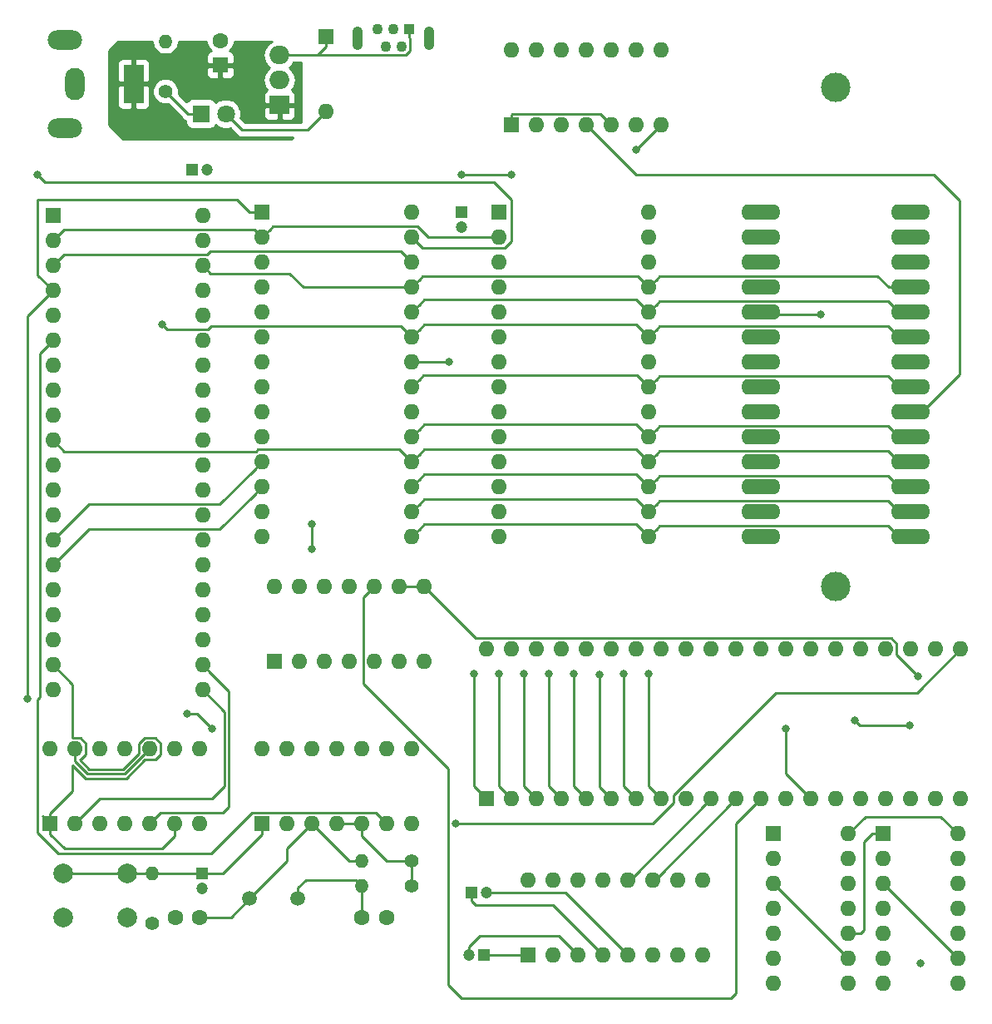
<source format=gbr>
G04 #@! TF.GenerationSoftware,KiCad,Pcbnew,(5.0.0)*
G04 #@! TF.CreationDate,2018-09-23T22:59:08+02:00*
G04 #@! TF.ProjectId,RED_80,5245445F38302E6B696361645F706362,rev?*
G04 #@! TF.SameCoordinates,Original*
G04 #@! TF.FileFunction,Copper,L1,Top,Signal*
G04 #@! TF.FilePolarity,Positive*
%FSLAX46Y46*%
G04 Gerber Fmt 4.6, Leading zero omitted, Abs format (unit mm)*
G04 Created by KiCad (PCBNEW (5.0.0)) date 09/23/18 22:59:08*
%MOMM*%
%LPD*%
G01*
G04 APERTURE LIST*
G04 #@! TA.AperFunction,ComponentPad*
%ADD10R,2.000000X4.000000*%
G04 #@! TD*
G04 #@! TA.AperFunction,ComponentPad*
%ADD11O,2.000000X3.300000*%
G04 #@! TD*
G04 #@! TA.AperFunction,ComponentPad*
%ADD12O,3.500000X2.000000*%
G04 #@! TD*
G04 #@! TA.AperFunction,ComponentPad*
%ADD13R,1.600000X1.600000*%
G04 #@! TD*
G04 #@! TA.AperFunction,ComponentPad*
%ADD14O,1.600000X1.600000*%
G04 #@! TD*
G04 #@! TA.AperFunction,WasherPad*
%ADD15C,3.000000*%
G04 #@! TD*
G04 #@! TA.AperFunction,ComponentPad*
%ADD16O,4.000000X1.600000*%
G04 #@! TD*
G04 #@! TA.AperFunction,ComponentPad*
%ADD17R,1.200000X1.200000*%
G04 #@! TD*
G04 #@! TA.AperFunction,ComponentPad*
%ADD18C,1.200000*%
G04 #@! TD*
G04 #@! TA.AperFunction,ComponentPad*
%ADD19C,1.400000*%
G04 #@! TD*
G04 #@! TA.AperFunction,ComponentPad*
%ADD20O,1.400000X1.400000*%
G04 #@! TD*
G04 #@! TA.AperFunction,ComponentPad*
%ADD21C,2.000000*%
G04 #@! TD*
G04 #@! TA.AperFunction,ComponentPad*
%ADD22C,1.600000*%
G04 #@! TD*
G04 #@! TA.AperFunction,ComponentPad*
%ADD23C,1.500000*%
G04 #@! TD*
G04 #@! TA.AperFunction,ComponentPad*
%ADD24C,1.800000*%
G04 #@! TD*
G04 #@! TA.AperFunction,ComponentPad*
%ADD25R,1.800000X1.800000*%
G04 #@! TD*
G04 #@! TA.AperFunction,ComponentPad*
%ADD26R,1.100000X1.100000*%
G04 #@! TD*
G04 #@! TA.AperFunction,ComponentPad*
%ADD27C,1.100000*%
G04 #@! TD*
G04 #@! TA.AperFunction,ComponentPad*
%ADD28O,1.100000X2.400000*%
G04 #@! TD*
G04 #@! TA.AperFunction,ComponentPad*
%ADD29R,2.000000X1.905000*%
G04 #@! TD*
G04 #@! TA.AperFunction,ComponentPad*
%ADD30O,2.000000X1.905000*%
G04 #@! TD*
G04 #@! TA.AperFunction,ViaPad*
%ADD31C,0.800000*%
G04 #@! TD*
G04 #@! TA.AperFunction,Conductor*
%ADD32C,0.250000*%
G04 #@! TD*
G04 #@! TA.AperFunction,Conductor*
%ADD33C,0.254000*%
G04 #@! TD*
G04 APERTURE END LIST*
D10*
G04 #@! TO.P,J1,1*
G04 #@! TO.N,/DC_IN*
X113919000Y-56769000D03*
D11*
G04 #@! TO.P,J1,2*
G04 #@! TO.N,GND*
X107919000Y-56769000D03*
D12*
G04 #@! TO.P,J1,MP*
G04 #@! TO.N,N/C*
X106919000Y-52269000D03*
X106919000Y-61269000D03*
G04 #@! TD*
D13*
G04 #@! TO.P,U2,1*
G04 #@! TO.N,/A14*
X127000000Y-69850000D03*
D14*
G04 #@! TO.P,U2,15*
G04 #@! TO.N,/D3*
X142240000Y-102870000D03*
G04 #@! TO.P,U2,2*
G04 #@! TO.N,/A12*
X127000000Y-72390000D03*
G04 #@! TO.P,U2,16*
G04 #@! TO.N,/D4*
X142240000Y-100330000D03*
G04 #@! TO.P,U2,3*
G04 #@! TO.N,/A7*
X127000000Y-74930000D03*
G04 #@! TO.P,U2,17*
G04 #@! TO.N,/D5*
X142240000Y-97790000D03*
G04 #@! TO.P,U2,4*
G04 #@! TO.N,/A6*
X127000000Y-77470000D03*
G04 #@! TO.P,U2,18*
G04 #@! TO.N,/D6*
X142240000Y-95250000D03*
G04 #@! TO.P,U2,5*
G04 #@! TO.N,/A5*
X127000000Y-80010000D03*
G04 #@! TO.P,U2,19*
G04 #@! TO.N,/D7*
X142240000Y-92710000D03*
G04 #@! TO.P,U2,6*
G04 #@! TO.N,/A4*
X127000000Y-82550000D03*
G04 #@! TO.P,U2,20*
G04 #@! TO.N,/RAM_ENABLE*
X142240000Y-90170000D03*
G04 #@! TO.P,U2,7*
G04 #@! TO.N,/A3*
X127000000Y-85090000D03*
G04 #@! TO.P,U2,21*
G04 #@! TO.N,/A10*
X142240000Y-87630000D03*
G04 #@! TO.P,U2,8*
G04 #@! TO.N,/A2*
X127000000Y-87630000D03*
G04 #@! TO.P,U2,22*
G04 #@! TO.N,SIG_MRD*
X142240000Y-85090000D03*
G04 #@! TO.P,U2,9*
G04 #@! TO.N,/A1*
X127000000Y-90170000D03*
G04 #@! TO.P,U2,23*
G04 #@! TO.N,/A11*
X142240000Y-82550000D03*
G04 #@! TO.P,U2,10*
G04 #@! TO.N,/A0*
X127000000Y-92710000D03*
G04 #@! TO.P,U2,24*
G04 #@! TO.N,/A9*
X142240000Y-80010000D03*
G04 #@! TO.P,U2,11*
G04 #@! TO.N,/D0*
X127000000Y-95250000D03*
G04 #@! TO.P,U2,25*
G04 #@! TO.N,/A8*
X142240000Y-77470000D03*
G04 #@! TO.P,U2,12*
G04 #@! TO.N,/D1*
X127000000Y-97790000D03*
G04 #@! TO.P,U2,26*
G04 #@! TO.N,SYS_USER_SELECT*
X142240000Y-74930000D03*
G04 #@! TO.P,U2,13*
G04 #@! TO.N,/D2*
X127000000Y-100330000D03*
G04 #@! TO.P,U2,27*
G04 #@! TO.N,SIG_MWR*
X142240000Y-72390000D03*
G04 #@! TO.P,U2,14*
G04 #@! TO.N,GND*
X127000000Y-102870000D03*
G04 #@! TO.P,U2,28*
G04 #@! TO.N,MAIN_5V*
X142240000Y-69850000D03*
G04 #@! TD*
D13*
G04 #@! TO.P,U11,1*
G04 #@! TO.N,Net-(C7-Pad1)*
X154051000Y-145415000D03*
D14*
G04 #@! TO.P,U11,9*
G04 #@! TO.N,Net-(U11-Pad9)*
X171831000Y-137795000D03*
G04 #@! TO.P,U11,2*
G04 #@! TO.N,Net-(U11-Pad2)*
X156591000Y-145415000D03*
G04 #@! TO.P,U11,10*
G04 #@! TO.N,Net-(U11-Pad10)*
X169291000Y-137795000D03*
G04 #@! TO.P,U11,3*
G04 #@! TO.N,Net-(C7-Pad2)*
X159131000Y-145415000D03*
G04 #@! TO.P,U11,11*
G04 #@! TO.N,Net-(U10-Pad11)*
X166751000Y-137795000D03*
G04 #@! TO.P,U11,4*
G04 #@! TO.N,Net-(C8-Pad1)*
X161671000Y-145415000D03*
G04 #@! TO.P,U11,12*
G04 #@! TO.N,Net-(U10-Pad10)*
X164211000Y-137795000D03*
G04 #@! TO.P,U11,5*
G04 #@! TO.N,Net-(C8-Pad2)*
X164211000Y-145415000D03*
G04 #@! TO.P,U11,13*
G04 #@! TO.N,RS232_RX*
X161671000Y-137795000D03*
G04 #@! TO.P,U11,6*
G04 #@! TO.N,Net-(U11-Pad6)*
X166751000Y-145415000D03*
G04 #@! TO.P,U11,14*
G04 #@! TO.N,RS232_TX*
X159131000Y-137795000D03*
G04 #@! TO.P,U11,7*
G04 #@! TO.N,Net-(U11-Pad7)*
X169291000Y-145415000D03*
G04 #@! TO.P,U11,15*
G04 #@! TO.N,GND*
X156591000Y-137795000D03*
G04 #@! TO.P,U11,8*
G04 #@! TO.N,Net-(U11-Pad8)*
X171831000Y-145415000D03*
G04 #@! TO.P,U11,16*
G04 #@! TO.N,MAIN_5V*
X154051000Y-137795000D03*
G04 #@! TD*
G04 #@! TO.P,U6,28*
G04 #@! TO.N,Net-(U6-Pad28)*
X166370000Y-69850000D03*
G04 #@! TO.P,U6,14*
G04 #@! TO.N,GND*
X151130000Y-102870000D03*
G04 #@! TO.P,U6,27*
G04 #@! TO.N,MAIN_5V*
X166370000Y-72390000D03*
G04 #@! TO.P,U6,13*
G04 #@! TO.N,/D2*
X151130000Y-100330000D03*
G04 #@! TO.P,U6,26*
G04 #@! TO.N,Net-(U6-Pad26)*
X166370000Y-74930000D03*
G04 #@! TO.P,U6,12*
G04 #@! TO.N,/D1*
X151130000Y-97790000D03*
G04 #@! TO.P,U6,25*
G04 #@! TO.N,/A8*
X166370000Y-77470000D03*
G04 #@! TO.P,U6,11*
G04 #@! TO.N,/D0*
X151130000Y-95250000D03*
G04 #@! TO.P,U6,24*
G04 #@! TO.N,/A9*
X166370000Y-80010000D03*
G04 #@! TO.P,U6,10*
G04 #@! TO.N,/A0*
X151130000Y-92710000D03*
G04 #@! TO.P,U6,23*
G04 #@! TO.N,/A11*
X166370000Y-82550000D03*
G04 #@! TO.P,U6,9*
G04 #@! TO.N,/A1*
X151130000Y-90170000D03*
G04 #@! TO.P,U6,22*
G04 #@! TO.N,GND*
X166370000Y-85090000D03*
G04 #@! TO.P,U6,8*
G04 #@! TO.N,/A2*
X151130000Y-87630000D03*
G04 #@! TO.P,U6,21*
G04 #@! TO.N,/A10*
X166370000Y-87630000D03*
G04 #@! TO.P,U6,7*
G04 #@! TO.N,/A3*
X151130000Y-85090000D03*
G04 #@! TO.P,U6,20*
G04 #@! TO.N,SYS_ROM_ENABLE*
X166370000Y-90170000D03*
G04 #@! TO.P,U6,6*
G04 #@! TO.N,/A4*
X151130000Y-82550000D03*
G04 #@! TO.P,U6,19*
G04 #@! TO.N,/D7*
X166370000Y-92710000D03*
G04 #@! TO.P,U6,5*
G04 #@! TO.N,/A5*
X151130000Y-80010000D03*
G04 #@! TO.P,U6,18*
G04 #@! TO.N,/D6*
X166370000Y-95250000D03*
G04 #@! TO.P,U6,4*
G04 #@! TO.N,/A6*
X151130000Y-77470000D03*
G04 #@! TO.P,U6,17*
G04 #@! TO.N,/D5*
X166370000Y-97790000D03*
G04 #@! TO.P,U6,3*
G04 #@! TO.N,/A7*
X151130000Y-74930000D03*
G04 #@! TO.P,U6,16*
G04 #@! TO.N,/D4*
X166370000Y-100330000D03*
G04 #@! TO.P,U6,2*
G04 #@! TO.N,/A12*
X151130000Y-72390000D03*
G04 #@! TO.P,U6,15*
G04 #@! TO.N,/D3*
X166370000Y-102870000D03*
D13*
G04 #@! TO.P,U6,1*
G04 #@! TO.N,Net-(U6-Pad1)*
X151130000Y-69850000D03*
G04 #@! TD*
D15*
G04 #@! TO.P,U7,*
G04 #@! TO.N,*
X185420000Y-107950000D03*
X185420000Y-57150000D03*
D16*
G04 #@! TO.P,U7,14*
G04 #@! TO.N,GND*
X177800000Y-102870000D03*
G04 #@! TO.P,U7,15*
G04 #@! TO.N,/D3*
X193040000Y-102870000D03*
G04 #@! TO.P,U7,13*
G04 #@! TO.N,/D2*
X177800000Y-100330000D03*
G04 #@! TO.P,U7,16*
G04 #@! TO.N,/D4*
X193040000Y-100330000D03*
G04 #@! TO.P,U7,12*
G04 #@! TO.N,/D1*
X177800000Y-97790000D03*
G04 #@! TO.P,U7,17*
G04 #@! TO.N,/D5*
X193040000Y-97790000D03*
G04 #@! TO.P,U7,11*
G04 #@! TO.N,/D0*
X177800000Y-95250000D03*
G04 #@! TO.P,U7,18*
G04 #@! TO.N,/D6*
X193040000Y-95250000D03*
G04 #@! TO.P,U7,10*
G04 #@! TO.N,/A0*
X177800000Y-92710000D03*
G04 #@! TO.P,U7,19*
G04 #@! TO.N,/D7*
X193040000Y-92710000D03*
G04 #@! TO.P,U7,9*
G04 #@! TO.N,/A1*
X177800000Y-90170000D03*
G04 #@! TO.P,U7,20*
G04 #@! TO.N,USER_ROM_ENABLE*
X193040000Y-90170000D03*
G04 #@! TO.P,U7,8*
G04 #@! TO.N,/A2*
X177800000Y-87630000D03*
G04 #@! TO.P,U7,21*
G04 #@! TO.N,/A10*
X193040000Y-87630000D03*
G04 #@! TO.P,U7,7*
G04 #@! TO.N,/A3*
X177800000Y-85090000D03*
G04 #@! TO.P,U7,22*
G04 #@! TO.N,GND*
X193040000Y-85090000D03*
G04 #@! TO.P,U7,6*
G04 #@! TO.N,/A4*
X177800000Y-82550000D03*
G04 #@! TO.P,U7,23*
G04 #@! TO.N,/A11*
X193040000Y-82550000D03*
G04 #@! TO.P,U7,5*
G04 #@! TO.N,/A5*
X177800000Y-80010000D03*
G04 #@! TO.P,U7,24*
G04 #@! TO.N,/A9*
X193040000Y-80010000D03*
G04 #@! TO.P,U7,4*
G04 #@! TO.N,/A6*
X177800000Y-77470000D03*
G04 #@! TO.P,U7,25*
G04 #@! TO.N,/A8*
X193040000Y-77470000D03*
G04 #@! TO.P,U7,3*
G04 #@! TO.N,/A7*
X177800000Y-74930000D03*
G04 #@! TO.P,U7,26*
G04 #@! TO.N,Net-(U7-Pad26)*
X193040000Y-74930000D03*
G04 #@! TO.P,U7,2*
G04 #@! TO.N,/A12*
X177800000Y-72390000D03*
G04 #@! TO.P,U7,27*
G04 #@! TO.N,MAIN_5V*
X193040000Y-72390000D03*
G04 #@! TO.P,U7,1*
G04 #@! TO.N,Net-(U7-Pad1)*
X177800000Y-69850000D03*
G04 #@! TO.P,U7,28*
G04 #@! TO.N,Net-(U7-Pad28)*
X193040000Y-69850000D03*
G04 #@! TD*
D13*
G04 #@! TO.P,U1,1*
G04 #@! TO.N,/A11*
X105715001Y-70205001D03*
D14*
G04 #@! TO.P,U1,21*
G04 #@! TO.N,Net-(U1-Pad21)*
X120955001Y-118465001D03*
G04 #@! TO.P,U1,2*
G04 #@! TO.N,/A12*
X105715001Y-72745001D03*
G04 #@! TO.P,U1,22*
G04 #@! TO.N,Net-(U1-Pad22)*
X120955001Y-115925001D03*
G04 #@! TO.P,U1,3*
G04 #@! TO.N,SYS_USER_SELECT*
X105715001Y-75285001D03*
G04 #@! TO.P,U1,23*
G04 #@! TO.N,Net-(U1-Pad23)*
X120955001Y-113385001D03*
G04 #@! TO.P,U1,4*
G04 #@! TO.N,/A14*
X105715001Y-77825001D03*
G04 #@! TO.P,U1,24*
G04 #@! TO.N,Net-(U1-Pad24)*
X120955001Y-110845001D03*
G04 #@! TO.P,U1,5*
G04 #@! TO.N,/A15*
X105715001Y-80365001D03*
G04 #@! TO.P,U1,25*
G04 #@! TO.N,Net-(U1-Pad25)*
X120955001Y-108305001D03*
G04 #@! TO.P,U1,6*
G04 #@! TO.N,CPU_CLK*
X105715001Y-82905001D03*
G04 #@! TO.P,U1,26*
G04 #@! TO.N,SIG_RST*
X120955001Y-105765001D03*
G04 #@! TO.P,U1,7*
G04 #@! TO.N,/D4*
X105715001Y-85445001D03*
G04 #@! TO.P,U1,27*
G04 #@! TO.N,Net-(U1-Pad27)*
X120955001Y-103225001D03*
G04 #@! TO.P,U1,8*
G04 #@! TO.N,/D3*
X105715001Y-87985001D03*
G04 #@! TO.P,U1,28*
G04 #@! TO.N,Net-(U1-Pad28)*
X120955001Y-100685001D03*
G04 #@! TO.P,U1,9*
G04 #@! TO.N,/D5*
X105715001Y-90525001D03*
G04 #@! TO.P,U1,29*
G04 #@! TO.N,GND*
X120955001Y-98145001D03*
G04 #@! TO.P,U1,10*
G04 #@! TO.N,/D6*
X105715001Y-93065001D03*
G04 #@! TO.P,U1,30*
G04 #@! TO.N,/A0*
X120955001Y-95605001D03*
G04 #@! TO.P,U1,11*
G04 #@! TO.N,MAIN_5V*
X105715001Y-95605001D03*
G04 #@! TO.P,U1,31*
G04 #@! TO.N,/A1*
X120955001Y-93065001D03*
G04 #@! TO.P,U1,12*
G04 #@! TO.N,/D2*
X105715001Y-98145001D03*
G04 #@! TO.P,U1,32*
G04 #@! TO.N,/A2*
X120955001Y-90525001D03*
G04 #@! TO.P,U1,13*
G04 #@! TO.N,/D7*
X105715001Y-100685001D03*
G04 #@! TO.P,U1,33*
G04 #@! TO.N,/A3*
X120955001Y-87985001D03*
G04 #@! TO.P,U1,14*
G04 #@! TO.N,/D0*
X105715001Y-103225001D03*
G04 #@! TO.P,U1,34*
G04 #@! TO.N,/A4*
X120955001Y-85445001D03*
G04 #@! TO.P,U1,15*
G04 #@! TO.N,/D1*
X105715001Y-105765001D03*
G04 #@! TO.P,U1,35*
G04 #@! TO.N,/A5*
X120955001Y-82905001D03*
G04 #@! TO.P,U1,16*
G04 #@! TO.N,Net-(U1-Pad16)*
X105715001Y-108305001D03*
G04 #@! TO.P,U1,36*
G04 #@! TO.N,/A6*
X120955001Y-80365001D03*
G04 #@! TO.P,U1,17*
G04 #@! TO.N,Net-(U1-Pad17)*
X105715001Y-110845001D03*
G04 #@! TO.P,U1,37*
G04 #@! TO.N,/A7*
X120955001Y-77825001D03*
G04 #@! TO.P,U1,18*
G04 #@! TO.N,Net-(U1-Pad18)*
X105715001Y-113385001D03*
G04 #@! TO.P,U1,38*
G04 #@! TO.N,/A8*
X120955001Y-75285001D03*
G04 #@! TO.P,U1,19*
G04 #@! TO.N,Net-(U1-Pad19)*
X105715001Y-115925001D03*
G04 #@! TO.P,U1,39*
G04 #@! TO.N,/A9*
X120955001Y-72745001D03*
G04 #@! TO.P,U1,20*
G04 #@! TO.N,Net-(U1-Pad20)*
X105715001Y-118465001D03*
G04 #@! TO.P,U1,40*
G04 #@! TO.N,/A10*
X120955001Y-70205001D03*
G04 #@! TD*
D13*
G04 #@! TO.P,U5,1*
G04 #@! TO.N,Net-(C3-Pad1)*
X127000000Y-132080000D03*
D14*
G04 #@! TO.P,U5,8*
G04 #@! TO.N,N/C*
X142240000Y-124460000D03*
G04 #@! TO.P,U5,2*
G04 #@! TO.N,SIG_RST*
X129540000Y-132080000D03*
G04 #@! TO.P,U5,9*
G04 #@! TO.N,N/C*
X139700000Y-124460000D03*
G04 #@! TO.P,U5,3*
G04 #@! TO.N,Net-(C4-Pad1)*
X132080000Y-132080000D03*
G04 #@! TO.P,U5,10*
G04 #@! TO.N,N/C*
X137160000Y-124460000D03*
G04 #@! TO.P,U5,4*
G04 #@! TO.N,Net-(R2-Pad1)*
X134620000Y-132080000D03*
G04 #@! TO.P,U5,11*
G04 #@! TO.N,N/C*
X134620000Y-124460000D03*
G04 #@! TO.P,U5,5*
G04 #@! TO.N,Net-(R2-Pad1)*
X137160000Y-132080000D03*
G04 #@! TO.P,U5,12*
G04 #@! TO.N,N/C*
X132080000Y-124460000D03*
G04 #@! TO.P,U5,6*
G04 #@! TO.N,CPU_CLK*
X139700000Y-132080000D03*
G04 #@! TO.P,U5,13*
G04 #@! TO.N,N/C*
X129540000Y-124460000D03*
G04 #@! TO.P,U5,7*
G04 #@! TO.N,GND*
X142240000Y-132080000D03*
G04 #@! TO.P,U5,14*
G04 #@! TO.N,MAIN_5V*
X127000000Y-124460000D03*
G04 #@! TD*
D13*
G04 #@! TO.P,U4,1*
G04 #@! TO.N,Net-(U1-Pad19)*
X105410000Y-132080000D03*
D14*
G04 #@! TO.P,U4,8*
G04 #@! TO.N,/A15*
X120650000Y-124460000D03*
G04 #@! TO.P,U4,2*
G04 #@! TO.N,Net-(U1-Pad21)*
X107950000Y-132080000D03*
G04 #@! TO.P,U4,9*
G04 #@! TO.N,/A14*
X118110000Y-124460000D03*
G04 #@! TO.P,U4,3*
G04 #@! TO.N,SIG_MRD*
X110490000Y-132080000D03*
G04 #@! TO.P,U4,10*
G04 #@! TO.N,Net-(U4-Pad10)*
X115570000Y-124460000D03*
G04 #@! TO.P,U4,4*
G04 #@! TO.N,SIG_MWR*
X113030000Y-132080000D03*
G04 #@! TO.P,U4,11*
G04 #@! TO.N,ROM_BANK_ON*
X113030000Y-124460000D03*
G04 #@! TO.P,U4,5*
G04 #@! TO.N,Net-(U1-Pad22)*
X115570000Y-132080000D03*
G04 #@! TO.P,U4,12*
G04 #@! TO.N,SIG_MRD*
X110490000Y-124460000D03*
G04 #@! TO.P,U4,6*
G04 #@! TO.N,Net-(U1-Pad19)*
X118110000Y-132080000D03*
G04 #@! TO.P,U4,13*
G04 #@! TO.N,Net-(U4-Pad10)*
X107950000Y-124460000D03*
G04 #@! TO.P,U4,7*
G04 #@! TO.N,GND*
X120650000Y-132080000D03*
G04 #@! TO.P,U4,14*
G04 #@! TO.N,MAIN_5V*
X105410000Y-124460000D03*
G04 #@! TD*
D17*
G04 #@! TO.P,C1,1*
G04 #@! TO.N,MAIN_5V*
X119888000Y-65532000D03*
D18*
G04 #@! TO.P,C1,2*
G04 #@! TO.N,GND*
X121388000Y-65532000D03*
G04 #@! TD*
D17*
G04 #@! TO.P,C2,1*
G04 #@! TO.N,MAIN_5V*
X147320000Y-69850000D03*
D18*
G04 #@! TO.P,C2,2*
G04 #@! TO.N,GND*
X147320000Y-71350000D03*
G04 #@! TD*
D13*
G04 #@! TO.P,U3,1*
G04 #@! TO.N,/A15*
X128270000Y-115570000D03*
D14*
G04 #@! TO.P,U3,8*
G04 #@! TO.N,Net-(U13-Pad6)*
X143510000Y-107950000D03*
G04 #@! TO.P,U3,2*
G04 #@! TO.N,/A15*
X130810000Y-115570000D03*
G04 #@! TO.P,U3,9*
G04 #@! TO.N,Net-(U13-Pad6)*
X140970000Y-107950000D03*
G04 #@! TO.P,U3,3*
G04 #@! TO.N,/RAM_ENABLE*
X133350000Y-115570000D03*
G04 #@! TO.P,U3,10*
G04 #@! TO.N,Net-(U10-Pad12)*
X138430000Y-107950000D03*
G04 #@! TO.P,U3,4*
G04 #@! TO.N,/USER_ROM_SELECTED*
X135890000Y-115570000D03*
G04 #@! TO.P,U3,11*
G04 #@! TO.N,N/C*
X135890000Y-107950000D03*
G04 #@! TO.P,U3,5*
G04 #@! TO.N,SYS_USER_SELECT*
X138430000Y-115570000D03*
G04 #@! TO.P,U3,12*
G04 #@! TO.N,N/C*
X133350000Y-107950000D03*
G04 #@! TO.P,U3,6*
G04 #@! TO.N,SYS_USER_SELECT*
X140970000Y-115570000D03*
G04 #@! TO.P,U3,13*
G04 #@! TO.N,N/C*
X130810000Y-107950000D03*
G04 #@! TO.P,U3,7*
G04 #@! TO.N,GND*
X143510000Y-115570000D03*
G04 #@! TO.P,U3,14*
G04 #@! TO.N,MAIN_5V*
X128270000Y-107950000D03*
G04 #@! TD*
D17*
G04 #@! TO.P,C3,1*
G04 #@! TO.N,Net-(C3-Pad1)*
X120904000Y-137160000D03*
D18*
G04 #@! TO.P,C3,2*
G04 #@! TO.N,GND*
X120904000Y-138660000D03*
G04 #@! TD*
D19*
G04 #@! TO.P,R1,1*
G04 #@! TO.N,MAIN_5V*
X115824000Y-142240000D03*
D20*
G04 #@! TO.P,R1,2*
G04 #@! TO.N,Net-(C3-Pad1)*
X115824000Y-137160000D03*
G04 #@! TD*
D21*
G04 #@! TO.P,SW1,2*
G04 #@! TO.N,GND*
X106784000Y-141660000D03*
G04 #@! TO.P,SW1,1*
G04 #@! TO.N,Net-(C3-Pad1)*
X106784000Y-137160000D03*
G04 #@! TO.P,SW1,2*
G04 #@! TO.N,GND*
X113284000Y-141660000D03*
G04 #@! TO.P,SW1,1*
G04 #@! TO.N,Net-(C3-Pad1)*
X113284000Y-137160000D03*
G04 #@! TD*
D22*
G04 #@! TO.P,C4,1*
G04 #@! TO.N,Net-(C4-Pad1)*
X120650000Y-141605000D03*
G04 #@! TO.P,C4,2*
G04 #@! TO.N,GND*
X118150000Y-141605000D03*
G04 #@! TD*
G04 #@! TO.P,C5,2*
G04 #@! TO.N,GND*
X139660000Y-141605000D03*
G04 #@! TO.P,C5,1*
G04 #@! TO.N,Net-(C5-Pad1)*
X137160000Y-141605000D03*
G04 #@! TD*
D19*
G04 #@! TO.P,R2,1*
G04 #@! TO.N,Net-(R2-Pad1)*
X142240000Y-135890000D03*
D20*
G04 #@! TO.P,R2,2*
G04 #@! TO.N,Net-(C4-Pad1)*
X137160000Y-135890000D03*
G04 #@! TD*
G04 #@! TO.P,R3,2*
G04 #@! TO.N,Net-(C5-Pad1)*
X137160000Y-138430000D03*
D19*
G04 #@! TO.P,R3,1*
G04 #@! TO.N,Net-(R2-Pad1)*
X142240000Y-138430000D03*
G04 #@! TD*
D23*
G04 #@! TO.P,Y1,1*
G04 #@! TO.N,Net-(C4-Pad1)*
X125730000Y-139700000D03*
G04 #@! TO.P,Y1,2*
G04 #@! TO.N,Net-(C5-Pad1)*
X130630000Y-139700000D03*
G04 #@! TD*
D13*
G04 #@! TO.P,U8,1*
G04 #@! TO.N,ROM_BANK_ON*
X152400000Y-60960000D03*
D14*
G04 #@! TO.P,U8,8*
G04 #@! TO.N,N/C*
X167640000Y-53340000D03*
G04 #@! TO.P,U8,2*
G04 #@! TO.N,SYS_USER_SELECT*
X154940000Y-60960000D03*
G04 #@! TO.P,U8,9*
G04 #@! TO.N,N/C*
X165100000Y-53340000D03*
G04 #@! TO.P,U8,3*
G04 #@! TO.N,SYS_ROM_ENABLE*
X157480000Y-60960000D03*
G04 #@! TO.P,U8,10*
G04 #@! TO.N,N/C*
X162560000Y-53340000D03*
G04 #@! TO.P,U8,4*
G04 #@! TO.N,USER_ROM_ENABLE*
X160020000Y-60960000D03*
G04 #@! TO.P,U8,11*
G04 #@! TO.N,N/C*
X160020000Y-53340000D03*
G04 #@! TO.P,U8,5*
G04 #@! TO.N,ROM_BANK_ON*
X162560000Y-60960000D03*
G04 #@! TO.P,U8,12*
G04 #@! TO.N,N/C*
X157480000Y-53340000D03*
G04 #@! TO.P,U8,6*
G04 #@! TO.N,/USER_ROM_SELECTED*
X165100000Y-60960000D03*
G04 #@! TO.P,U8,13*
G04 #@! TO.N,N/C*
X154940000Y-53340000D03*
G04 #@! TO.P,U8,7*
G04 #@! TO.N,GND*
X167640000Y-60960000D03*
G04 #@! TO.P,U8,14*
G04 #@! TO.N,MAIN_5V*
X152400000Y-53340000D03*
G04 #@! TD*
D13*
G04 #@! TO.P,C6,1*
G04 #@! TO.N,/DC_IN*
X122745500Y-54864000D03*
D22*
G04 #@! TO.P,C6,2*
G04 #@! TO.N,GND*
X122745500Y-52364000D03*
G04 #@! TD*
D24*
G04 #@! TO.P,D1,2*
G04 #@! TO.N,MIAN_5V*
X123317000Y-59817000D03*
D25*
G04 #@! TO.P,D1,1*
G04 #@! TO.N,Net-(D1-Pad1)*
X120777000Y-59817000D03*
G04 #@! TD*
D26*
G04 #@! TO.P,J2,1*
G04 #@! TO.N,/DC+5*
X141986000Y-51244500D03*
D27*
G04 #@! TO.P,J2,2*
G04 #@! TO.N,Net-(J2-Pad2)*
X141186000Y-52994500D03*
G04 #@! TO.P,J2,3*
G04 #@! TO.N,Net-(J2-Pad3)*
X140386000Y-51244500D03*
G04 #@! TO.P,J2,4*
G04 #@! TO.N,Net-(J2-Pad4)*
X139586000Y-52994500D03*
G04 #@! TO.P,J2,5*
G04 #@! TO.N,GND*
X138786000Y-51244500D03*
D28*
G04 #@! TO.P,J2,6*
X144036000Y-52119500D03*
X136736000Y-52119500D03*
G04 #@! TD*
D20*
G04 #@! TO.P,R4,2*
G04 #@! TO.N,GND*
X117157500Y-52451000D03*
D19*
G04 #@! TO.P,R4,1*
G04 #@! TO.N,Net-(D1-Pad1)*
X117157500Y-57531000D03*
G04 #@! TD*
D13*
G04 #@! TO.P,SW2,1*
G04 #@! TO.N,/DC+5*
X133540500Y-51943000D03*
D14*
G04 #@! TO.P,SW2,2*
G04 #@! TO.N,MIAN_5V*
X133540500Y-59563000D03*
G04 #@! TD*
D29*
G04 #@! TO.P,U9,1*
G04 #@! TO.N,/DC_IN*
X128778000Y-58928000D03*
D30*
G04 #@! TO.P,U9,2*
G04 #@! TO.N,GND*
X128778000Y-56388000D03*
G04 #@! TO.P,U9,3*
G04 #@! TO.N,/DC+5*
X128778000Y-53848000D03*
G04 #@! TD*
D17*
G04 #@! TO.P,C7,1*
G04 #@! TO.N,Net-(C7-Pad1)*
X149606000Y-145415000D03*
D18*
G04 #@! TO.P,C7,2*
G04 #@! TO.N,Net-(C7-Pad2)*
X148106000Y-145415000D03*
G04 #@! TD*
G04 #@! TO.P,C8,2*
G04 #@! TO.N,Net-(C8-Pad2)*
X149836000Y-139065000D03*
D17*
G04 #@! TO.P,C8,1*
G04 #@! TO.N,Net-(C8-Pad1)*
X148336000Y-139065000D03*
G04 #@! TD*
D13*
G04 #@! TO.P,U10,1*
G04 #@! TO.N,/D0*
X149860000Y-129540000D03*
D14*
G04 #@! TO.P,U10,21*
G04 #@! TO.N,SIG_MRD*
X198120000Y-114300000D03*
G04 #@! TO.P,U10,2*
G04 #@! TO.N,/D1*
X152400000Y-129540000D03*
G04 #@! TO.P,U10,22*
G04 #@! TO.N,GND*
X195580000Y-114300000D03*
G04 #@! TO.P,U10,3*
G04 #@! TO.N,/D2*
X154940000Y-129540000D03*
G04 #@! TO.P,U10,23*
G04 #@! TO.N,Net-(U10-Pad23)*
X193040000Y-114300000D03*
G04 #@! TO.P,U10,4*
G04 #@! TO.N,/D3*
X157480000Y-129540000D03*
G04 #@! TO.P,U10,24*
G04 #@! TO.N,Net-(U10-Pad24)*
X190500000Y-114300000D03*
G04 #@! TO.P,U10,5*
G04 #@! TO.N,/D4*
X160020000Y-129540000D03*
G04 #@! TO.P,U10,25*
G04 #@! TO.N,GND*
X187960000Y-114300000D03*
G04 #@! TO.P,U10,6*
G04 #@! TO.N,/D5*
X162560000Y-129540000D03*
G04 #@! TO.P,U10,26*
G04 #@! TO.N,/A2*
X185420000Y-114300000D03*
G04 #@! TO.P,U10,7*
G04 #@! TO.N,/D6*
X165100000Y-129540000D03*
G04 #@! TO.P,U10,27*
G04 #@! TO.N,/A1*
X182880000Y-114300000D03*
G04 #@! TO.P,U10,8*
G04 #@! TO.N,/D7*
X167640000Y-129540000D03*
G04 #@! TO.P,U10,28*
G04 #@! TO.N,/A0*
X180340000Y-114300000D03*
G04 #@! TO.P,U10,9*
G04 #@! TO.N,Net-(U10-Pad15)*
X170180000Y-129540000D03*
G04 #@! TO.P,U10,29*
G04 #@! TO.N,Net-(U10-Pad29)*
X177800000Y-114300000D03*
G04 #@! TO.P,U10,10*
G04 #@! TO.N,Net-(U10-Pad10)*
X172720000Y-129540000D03*
G04 #@! TO.P,U10,30*
G04 #@! TO.N,Net-(U10-Pad30)*
X175260000Y-114300000D03*
G04 #@! TO.P,U10,11*
G04 #@! TO.N,Net-(U10-Pad11)*
X175260000Y-129540000D03*
G04 #@! TO.P,U10,31*
G04 #@! TO.N,Net-(U10-Pad31)*
X172720000Y-114300000D03*
G04 #@! TO.P,U10,12*
G04 #@! TO.N,Net-(U10-Pad12)*
X177800000Y-129540000D03*
G04 #@! TO.P,U10,32*
G04 #@! TO.N,Net-(U10-Pad32)*
X170180000Y-114300000D03*
G04 #@! TO.P,U10,13*
G04 #@! TO.N,/A14*
X180340000Y-129540000D03*
G04 #@! TO.P,U10,33*
G04 #@! TO.N,Net-(U10-Pad33)*
X167640000Y-114300000D03*
G04 #@! TO.P,U10,14*
G04 #@! TO.N,/A15*
X182880000Y-129540000D03*
G04 #@! TO.P,U10,34*
G04 #@! TO.N,Net-(U10-Pad34)*
X165100000Y-114300000D03*
G04 #@! TO.P,U10,15*
G04 #@! TO.N,Net-(U10-Pad15)*
X185420000Y-129540000D03*
G04 #@! TO.P,U10,35*
G04 #@! TO.N,Net-(U10-Pad35)*
X162560000Y-114300000D03*
G04 #@! TO.P,U10,16*
G04 #@! TO.N,Net-(U10-Pad16)*
X187960000Y-129540000D03*
G04 #@! TO.P,U10,36*
G04 #@! TO.N,Net-(U10-Pad36)*
X160020000Y-114300000D03*
G04 #@! TO.P,U10,17*
G04 #@! TO.N,Net-(U10-Pad17)*
X190500000Y-129540000D03*
G04 #@! TO.P,U10,37*
G04 #@! TO.N,Net-(U10-Pad37)*
X157480000Y-114300000D03*
G04 #@! TO.P,U10,18*
G04 #@! TO.N,SIG_MWR*
X193040000Y-129540000D03*
G04 #@! TO.P,U10,38*
G04 #@! TO.N,Net-(U10-Pad38)*
X154940000Y-114300000D03*
G04 #@! TO.P,U10,19*
G04 #@! TO.N,GND*
X195580000Y-129540000D03*
G04 #@! TO.P,U10,39*
G04 #@! TO.N,Net-(U10-Pad39)*
X152400000Y-114300000D03*
G04 #@! TO.P,U10,20*
G04 #@! TO.N,GND*
X198120000Y-129540000D03*
G04 #@! TO.P,U10,40*
G04 #@! TO.N,MAIN_5V*
X149860000Y-114300000D03*
G04 #@! TD*
G04 #@! TO.P,U12,14*
G04 #@! TO.N,MAIN_5V*
X186700816Y-133084329D03*
G04 #@! TO.P,U12,7*
G04 #@! TO.N,GND*
X179080816Y-148324329D03*
G04 #@! TO.P,U12,13*
G04 #@! TO.N,/A9*
X186700816Y-135624329D03*
G04 #@! TO.P,U12,6*
G04 #@! TO.N,Net-(U12-Pad11)*
X179080816Y-145784329D03*
G04 #@! TO.P,U12,12*
G04 #@! TO.N,/A8*
X186700816Y-138164329D03*
G04 #@! TO.P,U12,5*
G04 #@! TO.N,/A7*
X179080816Y-143244329D03*
G04 #@! TO.P,U12,11*
G04 #@! TO.N,Net-(U12-Pad11)*
X186700816Y-140704329D03*
G04 #@! TO.P,U12,4*
G04 #@! TO.N,/A6*
X179080816Y-140704329D03*
G04 #@! TO.P,U12,10*
G04 #@! TO.N,Net-(U12-Pad10)*
X186700816Y-143244329D03*
G04 #@! TO.P,U12,3*
G04 #@! TO.N,Net-(U12-Pad3)*
X179080816Y-138164329D03*
G04 #@! TO.P,U12,9*
X186700816Y-145784329D03*
G04 #@! TO.P,U12,2*
G04 #@! TO.N,/A4*
X179080816Y-135624329D03*
G04 #@! TO.P,U12,8*
G04 #@! TO.N,/A5*
X186700816Y-148324329D03*
D13*
G04 #@! TO.P,U12,1*
G04 #@! TO.N,/A3*
X179080816Y-133084329D03*
G04 #@! TD*
G04 #@! TO.P,U13,1*
G04 #@! TO.N,Net-(U12-Pad10)*
X190205815Y-133084329D03*
D14*
G04 #@! TO.P,U13,8*
G04 #@! TO.N,/A11*
X197825815Y-148324329D03*
G04 #@! TO.P,U13,2*
G04 #@! TO.N,/A10*
X190205815Y-135624329D03*
G04 #@! TO.P,U13,9*
G04 #@! TO.N,Net-(U13-Pad3)*
X197825815Y-145784329D03*
G04 #@! TO.P,U13,3*
X190205815Y-138164329D03*
G04 #@! TO.P,U13,10*
G04 #@! TO.N,N/C*
X197825815Y-143244329D03*
G04 #@! TO.P,U13,4*
G04 #@! TO.N,/A12*
X190205815Y-140704329D03*
G04 #@! TO.P,U13,11*
G04 #@! TO.N,N/C*
X197825815Y-140704329D03*
G04 #@! TO.P,U13,5*
G04 #@! TO.N,SYS_USER_SELECT*
X190205815Y-143244329D03*
G04 #@! TO.P,U13,12*
G04 #@! TO.N,N/C*
X197825815Y-138164329D03*
G04 #@! TO.P,U13,6*
G04 #@! TO.N,Net-(U13-Pad6)*
X190205815Y-145784329D03*
G04 #@! TO.P,U13,13*
G04 #@! TO.N,N/C*
X197825815Y-135624329D03*
G04 #@! TO.P,U13,7*
G04 #@! TO.N,GND*
X190205815Y-148324329D03*
G04 #@! TO.P,U13,14*
G04 #@! TO.N,MAIN_5V*
X197825815Y-133084329D03*
G04 #@! TD*
D31*
G04 #@! TO.N,GND*
X132080000Y-101600000D03*
X132080000Y-104140000D03*
X165100000Y-63500000D03*
X187325000Y-121539000D03*
X192913000Y-122047000D03*
X119380000Y-120904000D03*
X194056000Y-146304000D03*
X121920000Y-122428000D03*
G04 #@! TO.N,MAIN_5V*
X147320000Y-66040000D03*
X152400000Y-66040000D03*
G04 #@! TO.N,/A11*
X116840000Y-81280000D03*
G04 #@! TO.N,/A14*
X103124000Y-119379980D03*
G04 #@! TO.N,/A15*
X180340000Y-122428000D03*
G04 #@! TO.N,/D4*
X158750000Y-116840000D03*
G04 #@! TO.N,/D3*
X156210000Y-116839990D03*
G04 #@! TO.N,/D5*
X161370862Y-116871091D03*
G04 #@! TO.N,/D6*
X163830000Y-116840000D03*
G04 #@! TO.N,/D2*
X153670000Y-116840008D03*
G04 #@! TO.N,/D7*
X166370000Y-116839998D03*
G04 #@! TO.N,/D0*
X148590000Y-116840000D03*
G04 #@! TO.N,/D1*
X151130000Y-116840000D03*
G04 #@! TO.N,/A5*
X183896000Y-80264000D03*
G04 #@! TO.N,SIG_MRD*
X146050058Y-85090000D03*
X146685000Y-132080000D03*
G04 #@! TO.N,SIG_MWR*
X104140000Y-66040000D03*
G04 #@! TO.N,Net-(U13-Pad6)*
X193802000Y-117094000D03*
G04 #@! TD*
D32*
G04 #@! TO.N,GND*
X132080000Y-101600000D02*
X132080000Y-104140000D01*
X167640000Y-60960000D02*
X165100000Y-63500000D01*
X187833000Y-122047000D02*
X187325000Y-121539000D01*
X192913000Y-122047000D02*
X187833000Y-122047000D01*
X119380000Y-120904000D02*
X120396000Y-120904000D01*
X121520001Y-122028001D02*
X121920000Y-122428000D01*
X120396000Y-120904000D02*
X121520001Y-122028001D01*
G04 #@! TO.N,MAIN_5V*
X193040000Y-72390000D02*
X194040000Y-72390000D01*
X152400000Y-66040000D02*
X147320000Y-66040000D01*
X197825815Y-133084329D02*
X196088000Y-131346514D01*
X188438631Y-131346514D02*
X186700816Y-133084329D01*
X196088000Y-131346514D02*
X188438631Y-131346514D01*
G04 #@! TO.N,Net-(U1-Pad21)*
X123190000Y-120700000D02*
X123190000Y-128270000D01*
X120955001Y-118465001D02*
X123190000Y-120700000D01*
X123190000Y-128270000D02*
X121920000Y-129540000D01*
X110490000Y-129540000D02*
X107950000Y-132080000D01*
X121920000Y-129540000D02*
X110490000Y-129540000D01*
G04 #@! TO.N,Net-(U1-Pad22)*
X116695001Y-130954999D02*
X123045001Y-130954999D01*
X115570000Y-132080000D02*
X116695001Y-130954999D01*
X121755000Y-116725000D02*
X120955001Y-115925001D01*
X123640009Y-118610009D02*
X121755000Y-116725000D01*
X123640009Y-130359991D02*
X123640009Y-118610009D01*
X123045001Y-130954999D02*
X123640009Y-130359991D01*
G04 #@! TO.N,Net-(U1-Pad19)*
X104635704Y-131305704D02*
X105410000Y-132080000D01*
X118110000Y-133350000D02*
X118110000Y-132080000D01*
X116840000Y-134620000D02*
X118110000Y-133350000D01*
X106900000Y-134620000D02*
X116840000Y-134620000D01*
X105410000Y-132080000D02*
X105410000Y-133130000D01*
X105410000Y-133130000D02*
X106900000Y-134620000D01*
X105410000Y-131030000D02*
X105410000Y-132080000D01*
X107696000Y-128744000D02*
X105410000Y-131030000D01*
X109033600Y-127450010D02*
X107696000Y-126112410D01*
X113216400Y-127450010D02*
X109033600Y-127450010D01*
X115081409Y-125585001D02*
X113216400Y-127450010D01*
X107696000Y-126112410D02*
X107696000Y-128744000D01*
X116110001Y-125585001D02*
X115081409Y-125585001D01*
X109075001Y-125000001D02*
X108490001Y-125585001D01*
X114444999Y-123919999D02*
X115029999Y-123334999D01*
X109075001Y-123919999D02*
X109075001Y-125000001D01*
X108490001Y-123334999D02*
X109075001Y-123919999D01*
X112843600Y-126549990D02*
X114444999Y-124948591D01*
X116695001Y-123919999D02*
X116695001Y-125000001D01*
X107696000Y-123334999D02*
X108490001Y-123334999D01*
X107696000Y-117906000D02*
X107696000Y-123334999D01*
X108490001Y-125585001D02*
X108441411Y-125585001D01*
X115029999Y-123334999D02*
X116110001Y-123334999D01*
X108441411Y-125585001D02*
X109406400Y-126549990D01*
X116695001Y-125000001D02*
X116110001Y-125585001D01*
X109406400Y-126549990D02*
X112843600Y-126549990D01*
X114444999Y-124948591D02*
X114444999Y-123919999D01*
X105715001Y-115925001D02*
X107696000Y-117906000D01*
X116110001Y-123334999D02*
X116695001Y-123919999D01*
G04 #@! TO.N,/A11*
X192040000Y-82550000D02*
X193040000Y-82550000D01*
X167169999Y-81750001D02*
X166370000Y-82550000D01*
X167495010Y-81424990D02*
X167169999Y-81750001D01*
X190714990Y-81424990D02*
X167495010Y-81424990D01*
X191840000Y-82550000D02*
X190714990Y-81424990D01*
X193040000Y-82550000D02*
X191840000Y-82550000D01*
X143039999Y-81750001D02*
X142240000Y-82550000D01*
X143510000Y-81280000D02*
X143039999Y-81750001D01*
X165100000Y-81280000D02*
X143510000Y-81280000D01*
X166370000Y-82550000D02*
X165100000Y-81280000D01*
X117340000Y-81780000D02*
X116840000Y-81280000D01*
X121495002Y-81780000D02*
X117340000Y-81780000D01*
X121850003Y-81424999D02*
X121495002Y-81780000D01*
X142240000Y-82550000D02*
X141114999Y-81424999D01*
X141114999Y-81424999D02*
X121850003Y-81424999D01*
G04 #@! TO.N,/A12*
X127799999Y-71590001D02*
X127000000Y-72390000D01*
X128125001Y-71264999D02*
X127799999Y-71590001D01*
X142780001Y-71264999D02*
X128125001Y-71264999D01*
X143905002Y-72390000D02*
X142780001Y-71264999D01*
X151130000Y-72390000D02*
X143905002Y-72390000D01*
X126200001Y-71590001D02*
X127000000Y-72390000D01*
X106870001Y-71590001D02*
X126200001Y-71590001D01*
X105715001Y-72745001D02*
X106870001Y-71590001D01*
G04 #@! TO.N,/A14*
X105715001Y-77825001D02*
X104140000Y-76250000D01*
X104140000Y-76250000D02*
X104140000Y-68580000D01*
X127000000Y-69850000D02*
X125730000Y-69850000D01*
X125730000Y-69850000D02*
X124460000Y-68580000D01*
X124460000Y-68580000D02*
X104140000Y-68580000D01*
X103124000Y-118814295D02*
X103124000Y-119379980D01*
X103124000Y-80416002D02*
X103124000Y-118814295D01*
X105715001Y-77825001D02*
X103124000Y-80416002D01*
G04 #@! TO.N,/A15*
X180340000Y-127000000D02*
X182880000Y-129540000D01*
X180340000Y-122428000D02*
X180340000Y-127000000D01*
G04 #@! TO.N,/D4*
X167169999Y-99530001D02*
X166370000Y-100330000D01*
X167495010Y-99204990D02*
X167169999Y-99530001D01*
X190714990Y-99204990D02*
X167495010Y-99204990D01*
X191840000Y-100330000D02*
X190714990Y-99204990D01*
X193040000Y-100330000D02*
X191840000Y-100330000D01*
X143039999Y-99530001D02*
X142240000Y-100330000D01*
X143510000Y-99060000D02*
X143039999Y-99530001D01*
X165100000Y-99060000D02*
X143510000Y-99060000D01*
X166370000Y-100330000D02*
X165100000Y-99060000D01*
X158750000Y-128270000D02*
X158750000Y-116840000D01*
X160020000Y-129540000D02*
X158750000Y-128270000D01*
G04 #@! TO.N,/D3*
X167169999Y-102070001D02*
X166370000Y-102870000D01*
X167495010Y-101744990D02*
X167169999Y-102070001D01*
X190714990Y-101744990D02*
X167495010Y-101744990D01*
X191840000Y-102870000D02*
X190714990Y-101744990D01*
X193040000Y-102870000D02*
X191840000Y-102870000D01*
X143039999Y-102070001D02*
X142240000Y-102870000D01*
X143510000Y-101600000D02*
X143039999Y-102070001D01*
X165100000Y-101600000D02*
X143510000Y-101600000D01*
X166370000Y-102870000D02*
X165100000Y-101600000D01*
X156210000Y-128270000D02*
X156210000Y-116839990D01*
X157480000Y-129540000D02*
X156210000Y-128270000D01*
G04 #@! TO.N,/D5*
X167169999Y-96990001D02*
X166370000Y-97790000D01*
X167495010Y-96664990D02*
X167169999Y-96990001D01*
X190714990Y-96664990D02*
X167495010Y-96664990D01*
X191840000Y-97790000D02*
X190714990Y-96664990D01*
X193040000Y-97790000D02*
X191840000Y-97790000D01*
X143039999Y-96990001D02*
X142240000Y-97790000D01*
X143510000Y-96520000D02*
X143039999Y-96990001D01*
X165100000Y-96520000D02*
X143510000Y-96520000D01*
X166370000Y-97790000D02*
X165100000Y-96520000D01*
X161370862Y-128350862D02*
X161370862Y-116871091D01*
X162560000Y-129540000D02*
X161370862Y-128350862D01*
G04 #@! TO.N,/D6*
X167169999Y-94450001D02*
X166370000Y-95250000D01*
X167495010Y-94124990D02*
X167169999Y-94450001D01*
X190714990Y-94124990D02*
X167495010Y-94124990D01*
X191840000Y-95250000D02*
X190714990Y-94124990D01*
X193040000Y-95250000D02*
X191840000Y-95250000D01*
X143039999Y-94450001D02*
X142240000Y-95250000D01*
X143510000Y-93980000D02*
X143039999Y-94450001D01*
X165100000Y-93980000D02*
X143510000Y-93980000D01*
X166370000Y-95250000D02*
X165100000Y-93980000D01*
X126394996Y-94190002D02*
X126604998Y-93980000D01*
X105715001Y-93065001D02*
X106840002Y-94190002D01*
X106840002Y-94190002D02*
X126394996Y-94190002D01*
X140970000Y-93980000D02*
X142240000Y-95250000D01*
X126604998Y-93980000D02*
X140970000Y-93980000D01*
X163830000Y-128270000D02*
X163830000Y-116840000D01*
X165100000Y-129540000D02*
X163830000Y-128270000D01*
G04 #@! TO.N,/D2*
X153670000Y-128270000D02*
X153670000Y-116840008D01*
X154940000Y-129540000D02*
X153670000Y-128270000D01*
G04 #@! TO.N,/D7*
X192040000Y-92710000D02*
X193040000Y-92710000D01*
X167169999Y-91910001D02*
X166370000Y-92710000D01*
X167495010Y-91584990D02*
X167169999Y-91910001D01*
X190714990Y-91584990D02*
X167495010Y-91584990D01*
X191840000Y-92710000D02*
X190714990Y-91584990D01*
X193040000Y-92710000D02*
X191840000Y-92710000D01*
X143039999Y-91910001D02*
X142240000Y-92710000D01*
X143510000Y-91440000D02*
X143039999Y-91910001D01*
X165100000Y-91440000D02*
X143510000Y-91440000D01*
X166370000Y-92710000D02*
X165100000Y-91440000D01*
X166370000Y-128270000D02*
X166370000Y-116839998D01*
X167640000Y-129540000D02*
X166370000Y-128270000D01*
G04 #@! TO.N,/D0*
X126200001Y-96049999D02*
X127000000Y-95250000D01*
X122690000Y-99560000D02*
X126200001Y-96049999D01*
X109380002Y-99560000D02*
X122690000Y-99560000D01*
X105715001Y-103225001D02*
X109380002Y-99560000D01*
X148590000Y-128270000D02*
X148590000Y-116840000D01*
X149860000Y-129540000D02*
X148590000Y-128270000D01*
G04 #@! TO.N,/D1*
X126200001Y-98589999D02*
X127000000Y-97790000D01*
X122690000Y-102100000D02*
X126200001Y-98589999D01*
X109380002Y-102100000D02*
X122690000Y-102100000D01*
X105715001Y-105765001D02*
X109380002Y-102100000D01*
X152400000Y-129540000D02*
X151130000Y-128270000D01*
X151130000Y-128270000D02*
X151130000Y-116840000D01*
G04 #@! TO.N,/A5*
X178054000Y-80264000D02*
X177800000Y-80010000D01*
X183896000Y-80264000D02*
X178054000Y-80264000D01*
G04 #@! TO.N,/A8*
X193040000Y-77470000D02*
X192040000Y-77470000D01*
X167169999Y-76670001D02*
X166370000Y-77470000D01*
X167495010Y-76344990D02*
X167169999Y-76670001D01*
X189664990Y-76344990D02*
X167495010Y-76344990D01*
X190790000Y-77470000D02*
X189664990Y-76344990D01*
X193040000Y-77470000D02*
X190790000Y-77470000D01*
X143039999Y-76670001D02*
X142240000Y-77470000D01*
X143365001Y-76344999D02*
X143039999Y-76670001D01*
X165244999Y-76344999D02*
X143365001Y-76344999D01*
X166370000Y-77470000D02*
X165244999Y-76344999D01*
X121755000Y-76085000D02*
X120955001Y-75285001D01*
X129820002Y-76085000D02*
X121755000Y-76085000D01*
X131205002Y-77470000D02*
X129820002Y-76085000D01*
X142240000Y-77470000D02*
X131205002Y-77470000D01*
G04 #@! TO.N,/A9*
X192706153Y-80010000D02*
X193040000Y-80010000D01*
X167169999Y-79210001D02*
X166370000Y-80010000D01*
X167495010Y-78884990D02*
X167169999Y-79210001D01*
X190714990Y-78884990D02*
X167495010Y-78884990D01*
X191840000Y-80010000D02*
X190714990Y-78884990D01*
X193040000Y-80010000D02*
X191840000Y-80010000D01*
X143039999Y-79210001D02*
X142240000Y-80010000D01*
X143510000Y-78740000D02*
X143039999Y-79210001D01*
X165100000Y-78740000D02*
X143510000Y-78740000D01*
X166370000Y-80010000D02*
X165100000Y-78740000D01*
G04 #@! TO.N,/A10*
X167169999Y-86830001D02*
X166370000Y-87630000D01*
X167495010Y-86504990D02*
X167169999Y-86830001D01*
X190714990Y-86504990D02*
X167495010Y-86504990D01*
X191840000Y-87630000D02*
X190714990Y-86504990D01*
X193040000Y-87630000D02*
X191840000Y-87630000D01*
X166370000Y-87630000D02*
X165190002Y-86450002D01*
X143419998Y-86450002D02*
X143039999Y-86830001D01*
X143039999Y-86830001D02*
X142240000Y-87630000D01*
X165190002Y-86450002D02*
X143419998Y-86450002D01*
G04 #@! TO.N,SIG_MRD*
X142240000Y-85090000D02*
X146050058Y-85090000D01*
X193675000Y-118745000D02*
X198120000Y-114300000D01*
X179309998Y-118745000D02*
X193675000Y-118745000D01*
X168910000Y-129144998D02*
X179309998Y-118745000D01*
X168910000Y-129935002D02*
X168910000Y-129144998D01*
X146685000Y-132080000D02*
X166765002Y-132080000D01*
X166765002Y-132080000D02*
X168910000Y-129935002D01*
G04 #@! TO.N,SIG_MWR*
X104865001Y-66765001D02*
X150585001Y-66765001D01*
X104140000Y-66040000D02*
X104865001Y-66765001D01*
X150585001Y-66765001D02*
X152400000Y-68580000D01*
X143039999Y-73189999D02*
X142240000Y-72390000D01*
X143365001Y-73515001D02*
X143039999Y-73189999D01*
X151670001Y-73515001D02*
X143365001Y-73515001D01*
X152400000Y-72785002D02*
X151670001Y-73515001D01*
X152400000Y-68580000D02*
X152400000Y-72785002D01*
G04 #@! TO.N,Net-(C3-Pad1)*
X122970000Y-137160000D02*
X120904000Y-137160000D01*
X127000000Y-133130000D02*
X122970000Y-137160000D01*
X127000000Y-132080000D02*
X127000000Y-133130000D01*
X120904000Y-137160000D02*
X115824000Y-137160000D01*
X113284000Y-137160000D02*
X115824000Y-137160000D01*
X113284000Y-137160000D02*
X106784000Y-137160000D01*
G04 #@! TO.N,Net-(C4-Pad1)*
X135890000Y-135890000D02*
X132080000Y-132080000D01*
X137160000Y-135890000D02*
X135890000Y-135890000D01*
X132080000Y-132080000D02*
X129540000Y-134620000D01*
X129540000Y-135890000D02*
X125730000Y-139700000D01*
X129540000Y-134620000D02*
X129540000Y-135890000D01*
X123825000Y-141605000D02*
X120650000Y-141605000D01*
X125730000Y-139700000D02*
X123825000Y-141605000D01*
G04 #@! TO.N,Net-(C5-Pad1)*
X136525000Y-137795000D02*
X137160000Y-138430000D01*
X131445000Y-137795000D02*
X136525000Y-137795000D01*
X130630000Y-139700000D02*
X130630000Y-138610000D01*
X130630000Y-138610000D02*
X131445000Y-137795000D01*
X137160000Y-138430000D02*
X137160000Y-141605000D01*
G04 #@! TO.N,Net-(R2-Pad1)*
X134620000Y-132080000D02*
X137160000Y-132080000D01*
X142240000Y-138430000D02*
X142240000Y-135890000D01*
X137160000Y-133350000D02*
X137160000Y-132080000D01*
X142240000Y-135890000D02*
X139700000Y-135890000D01*
X139700000Y-135890000D02*
X137160000Y-133350000D01*
G04 #@! TO.N,CPU_CLK*
X121824989Y-135070009D02*
X125939999Y-130954999D01*
X138574999Y-130954999D02*
X138900001Y-131280001D01*
X104357001Y-84263001D02*
X104357001Y-119220001D01*
X138900001Y-131280001D02*
X139700000Y-132080000D01*
X104140000Y-132995002D02*
X106215007Y-135070009D01*
X104357001Y-119220001D02*
X104140000Y-119437002D01*
X106215007Y-135070009D02*
X121824989Y-135070009D01*
X125939999Y-130954999D02*
X138574999Y-130954999D01*
X104140000Y-119437002D02*
X104140000Y-132995002D01*
X105715001Y-82905001D02*
X104357001Y-84263001D01*
G04 #@! TO.N,SYS_USER_SELECT*
X106515000Y-74485002D02*
X105715001Y-75285001D01*
X106840002Y-74160000D02*
X106515000Y-74485002D01*
X121420000Y-74160000D02*
X106840002Y-74160000D01*
X121775001Y-73804999D02*
X121420000Y-74160000D01*
X141114999Y-73804999D02*
X121775001Y-73804999D01*
X142240000Y-74930000D02*
X141114999Y-73804999D01*
G04 #@! TO.N,Net-(U4-Pad10)*
X107950000Y-124460000D02*
X107950000Y-125730000D01*
X107950000Y-125730000D02*
X109220000Y-127000000D01*
X113030000Y-127000000D02*
X115570000Y-124460000D01*
X109220000Y-127000000D02*
X113030000Y-127000000D01*
G04 #@! TO.N,ROM_BANK_ON*
X152400000Y-59910000D02*
X152400000Y-60960000D01*
X152475001Y-59834999D02*
X152400000Y-59910000D01*
X161434999Y-59834999D02*
X152475001Y-59834999D01*
X162560000Y-60960000D02*
X161434999Y-59834999D01*
G04 #@! TO.N,USER_ROM_ENABLE*
X194240000Y-90170000D02*
X198050000Y-86360000D01*
X193040000Y-90170000D02*
X194240000Y-90170000D01*
X198050000Y-86360000D02*
X198050000Y-68650000D01*
X198050000Y-68650000D02*
X195440000Y-66040000D01*
X165100000Y-66040000D02*
X160020000Y-60960000D01*
X195440000Y-66040000D02*
X165100000Y-66040000D01*
G04 #@! TO.N,Net-(D1-Pad1)*
X119443500Y-59817000D02*
X120777000Y-59817000D01*
X117157500Y-57531000D02*
X119443500Y-59817000D01*
G04 #@! TO.N,MIAN_5V*
X132740501Y-60362999D02*
X133540500Y-59563000D01*
X131635500Y-61468000D02*
X132740501Y-60362999D01*
X124968000Y-61468000D02*
X131635500Y-61468000D01*
X123317000Y-59817000D02*
X124968000Y-61468000D01*
G04 #@! TO.N,/DC+5*
X133540500Y-52993000D02*
X133540500Y-51943000D01*
X132685500Y-53848000D02*
X133540500Y-52993000D01*
X128778000Y-53848000D02*
X132685500Y-53848000D01*
X132707001Y-53869501D02*
X132685500Y-53848000D01*
X141606001Y-53869501D02*
X132707001Y-53869501D01*
X142061001Y-53414501D02*
X141606001Y-53869501D01*
X142061001Y-52119501D02*
X142061001Y-53414501D01*
X141986000Y-52044500D02*
X142061001Y-52119501D01*
X141986000Y-51244500D02*
X141986000Y-52044500D01*
G04 #@! TO.N,Net-(C7-Pad1)*
X149606000Y-145415000D02*
X154051000Y-145415000D01*
G04 #@! TO.N,Net-(C7-Pad2)*
X148106000Y-144566472D02*
X149162472Y-143510000D01*
X148106000Y-145415000D02*
X148106000Y-144566472D01*
X157226000Y-143510000D02*
X159131000Y-145415000D01*
X149162472Y-143510000D02*
X157226000Y-143510000D01*
G04 #@! TO.N,Net-(C8-Pad2)*
X157861000Y-139065000D02*
X164211000Y-145415000D01*
X149836000Y-139065000D02*
X157861000Y-139065000D01*
G04 #@! TO.N,Net-(C8-Pad1)*
X148336000Y-139915000D02*
X148756000Y-140335000D01*
X148336000Y-139065000D02*
X148336000Y-139915000D01*
X156591000Y-140335000D02*
X161671000Y-145415000D01*
X148756000Y-140335000D02*
X156591000Y-140335000D01*
G04 #@! TO.N,Net-(U10-Pad10)*
X164465000Y-137795000D02*
X164211000Y-137795000D01*
X172720000Y-129540000D02*
X164465000Y-137795000D01*
G04 #@! TO.N,Net-(U10-Pad11)*
X167005000Y-137795000D02*
X166751000Y-137795000D01*
X175260000Y-129540000D02*
X167005000Y-137795000D01*
G04 #@! TO.N,Net-(U10-Pad12)*
X137304999Y-109075001D02*
X138430000Y-107950000D01*
X137304999Y-117859997D02*
X137304999Y-109075001D01*
X145959999Y-126514997D02*
X137304999Y-117859997D01*
X175260000Y-132080000D02*
X175260000Y-149352000D01*
X175260000Y-149352000D02*
X174752000Y-149860000D01*
X174752000Y-149860000D02*
X147320000Y-149860000D01*
X177800000Y-129540000D02*
X175260000Y-132080000D01*
X147320000Y-149860000D02*
X145959999Y-148499999D01*
X145959999Y-148499999D02*
X145959999Y-126514997D01*
G04 #@! TO.N,Net-(U13-Pad6)*
X140970000Y-107950000D02*
X143510000Y-107950000D01*
X191625001Y-114917001D02*
X193802000Y-117094000D01*
X191625001Y-113759999D02*
X191625001Y-114917001D01*
X191040001Y-113174999D02*
X191625001Y-113759999D01*
X143510000Y-107950000D02*
X148734999Y-113174999D01*
X148734999Y-113174999D02*
X191040001Y-113174999D01*
G04 #@! TO.N,Net-(U12-Pad10)*
X189155815Y-133084329D02*
X190205815Y-133084329D01*
X188300815Y-133939329D02*
X189155815Y-133084329D01*
X188300815Y-142889328D02*
X188300815Y-133939329D01*
X187945814Y-143244329D02*
X188300815Y-142889328D01*
X186700816Y-143244329D02*
X187945814Y-143244329D01*
G04 #@! TO.N,Net-(U12-Pad3)*
X179080816Y-138164329D02*
X186700816Y-145784329D01*
G04 #@! TO.N,Net-(U13-Pad3)*
X190205815Y-138164329D02*
X197825815Y-145784329D01*
G04 #@! TD*
D33*
G04 #@! TO.N,/DC_IN*
G36*
X115899958Y-52971891D02*
X116195019Y-53413481D01*
X116636609Y-53708542D01*
X117026015Y-53786000D01*
X117288985Y-53786000D01*
X117678391Y-53708542D01*
X118119981Y-53413481D01*
X118415042Y-52971891D01*
X118518654Y-52451000D01*
X121310500Y-52451000D01*
X121310500Y-52649439D01*
X121528966Y-53176862D01*
X121792259Y-53440155D01*
X121585801Y-53525673D01*
X121407173Y-53704302D01*
X121310500Y-53937691D01*
X121310500Y-54578250D01*
X121469250Y-54737000D01*
X122618500Y-54737000D01*
X122618500Y-54717000D01*
X122872500Y-54717000D01*
X122872500Y-54737000D01*
X124021750Y-54737000D01*
X124180500Y-54578250D01*
X124180500Y-53937691D01*
X124083827Y-53704302D01*
X123905199Y-53525673D01*
X123698741Y-53440155D01*
X123962034Y-53176862D01*
X124180500Y-52649439D01*
X124180500Y-52451000D01*
X127963836Y-52451000D01*
X127585977Y-52703477D01*
X127235109Y-53228589D01*
X127111900Y-53848000D01*
X127235109Y-54467411D01*
X127585977Y-54992523D01*
X127773767Y-55118000D01*
X127585977Y-55243477D01*
X127235109Y-55768589D01*
X127111900Y-56388000D01*
X127235109Y-57007411D01*
X127499729Y-57403444D01*
X127418301Y-57437173D01*
X127239673Y-57615802D01*
X127143000Y-57849191D01*
X127143000Y-58642250D01*
X127301750Y-58801000D01*
X128651000Y-58801000D01*
X128651000Y-58781000D01*
X128905000Y-58781000D01*
X128905000Y-58801000D01*
X130254250Y-58801000D01*
X130413000Y-58642250D01*
X130413000Y-57849191D01*
X130316327Y-57615802D01*
X130137699Y-57437173D01*
X130056271Y-57403444D01*
X130320891Y-57007411D01*
X130444100Y-56388000D01*
X130320891Y-55768589D01*
X129970023Y-55243477D01*
X129782233Y-55118000D01*
X129970023Y-54992523D01*
X130226953Y-54608000D01*
X130937000Y-54608000D01*
X130937000Y-60708000D01*
X125282802Y-60708000D01*
X124806640Y-60231838D01*
X124852000Y-60122330D01*
X124852000Y-59511670D01*
X124728598Y-59213750D01*
X127143000Y-59213750D01*
X127143000Y-60006809D01*
X127239673Y-60240198D01*
X127418301Y-60418827D01*
X127651690Y-60515500D01*
X128492250Y-60515500D01*
X128651000Y-60356750D01*
X128651000Y-59055000D01*
X128905000Y-59055000D01*
X128905000Y-60356750D01*
X129063750Y-60515500D01*
X129904310Y-60515500D01*
X130137699Y-60418827D01*
X130316327Y-60240198D01*
X130413000Y-60006809D01*
X130413000Y-59213750D01*
X130254250Y-59055000D01*
X128905000Y-59055000D01*
X128651000Y-59055000D01*
X127301750Y-59055000D01*
X127143000Y-59213750D01*
X124728598Y-59213750D01*
X124618310Y-58947493D01*
X124186507Y-58515690D01*
X123622330Y-58282000D01*
X123011670Y-58282000D01*
X122447493Y-58515690D01*
X122278275Y-58684908D01*
X122275157Y-58669235D01*
X122134809Y-58459191D01*
X121924765Y-58318843D01*
X121677000Y-58269560D01*
X119877000Y-58269560D01*
X119629235Y-58318843D01*
X119419191Y-58459191D01*
X119315571Y-58614269D01*
X118492500Y-57791199D01*
X118492500Y-57265452D01*
X118289258Y-56774783D01*
X117913717Y-56399242D01*
X117423048Y-56196000D01*
X116891952Y-56196000D01*
X116401283Y-56399242D01*
X116025742Y-56774783D01*
X115822500Y-57265452D01*
X115822500Y-57796548D01*
X116025742Y-58287217D01*
X116401283Y-58662758D01*
X116891952Y-58866000D01*
X117417699Y-58866000D01*
X118853170Y-60301472D01*
X118895571Y-60364929D01*
X119146963Y-60532904D01*
X119229560Y-60549334D01*
X119229560Y-60717000D01*
X119278843Y-60964765D01*
X119419191Y-61174809D01*
X119629235Y-61315157D01*
X119877000Y-61364440D01*
X121677000Y-61364440D01*
X121924765Y-61315157D01*
X122134809Y-61174809D01*
X122275157Y-60964765D01*
X122278275Y-60949092D01*
X122447493Y-61118310D01*
X123011670Y-61352000D01*
X123622330Y-61352000D01*
X123731838Y-61306640D01*
X124377671Y-61952473D01*
X124420071Y-62015929D01*
X124671463Y-62183904D01*
X124893148Y-62228000D01*
X124893152Y-62228000D01*
X124968000Y-62242888D01*
X125042848Y-62228000D01*
X130124394Y-62228000D01*
X129995394Y-62357000D01*
X112828606Y-62357000D01*
X111379000Y-60907394D01*
X111379000Y-57054750D01*
X112284000Y-57054750D01*
X112284000Y-58895309D01*
X112380673Y-59128698D01*
X112559301Y-59307327D01*
X112792690Y-59404000D01*
X113633250Y-59404000D01*
X113792000Y-59245250D01*
X113792000Y-56896000D01*
X114046000Y-56896000D01*
X114046000Y-59245250D01*
X114204750Y-59404000D01*
X115045310Y-59404000D01*
X115278699Y-59307327D01*
X115457327Y-59128698D01*
X115554000Y-58895309D01*
X115554000Y-57054750D01*
X115395250Y-56896000D01*
X114046000Y-56896000D01*
X113792000Y-56896000D01*
X112442750Y-56896000D01*
X112284000Y-57054750D01*
X111379000Y-57054750D01*
X111379000Y-54642691D01*
X112284000Y-54642691D01*
X112284000Y-56483250D01*
X112442750Y-56642000D01*
X113792000Y-56642000D01*
X113792000Y-54292750D01*
X114046000Y-54292750D01*
X114046000Y-56642000D01*
X115395250Y-56642000D01*
X115554000Y-56483250D01*
X115554000Y-55149750D01*
X121310500Y-55149750D01*
X121310500Y-55790309D01*
X121407173Y-56023698D01*
X121585801Y-56202327D01*
X121819190Y-56299000D01*
X122459750Y-56299000D01*
X122618500Y-56140250D01*
X122618500Y-54991000D01*
X122872500Y-54991000D01*
X122872500Y-56140250D01*
X123031250Y-56299000D01*
X123671810Y-56299000D01*
X123905199Y-56202327D01*
X124083827Y-56023698D01*
X124180500Y-55790309D01*
X124180500Y-55149750D01*
X124021750Y-54991000D01*
X122872500Y-54991000D01*
X122618500Y-54991000D01*
X121469250Y-54991000D01*
X121310500Y-55149750D01*
X115554000Y-55149750D01*
X115554000Y-54642691D01*
X115457327Y-54409302D01*
X115278699Y-54230673D01*
X115045310Y-54134000D01*
X114204750Y-54134000D01*
X114046000Y-54292750D01*
X113792000Y-54292750D01*
X113633250Y-54134000D01*
X112792690Y-54134000D01*
X112559301Y-54230673D01*
X112380673Y-54409302D01*
X112284000Y-54642691D01*
X111379000Y-54642691D01*
X111379000Y-53392606D01*
X112320606Y-52451000D01*
X115796346Y-52451000D01*
X115899958Y-52971891D01*
X115899958Y-52971891D01*
G37*
X115899958Y-52971891D02*
X116195019Y-53413481D01*
X116636609Y-53708542D01*
X117026015Y-53786000D01*
X117288985Y-53786000D01*
X117678391Y-53708542D01*
X118119981Y-53413481D01*
X118415042Y-52971891D01*
X118518654Y-52451000D01*
X121310500Y-52451000D01*
X121310500Y-52649439D01*
X121528966Y-53176862D01*
X121792259Y-53440155D01*
X121585801Y-53525673D01*
X121407173Y-53704302D01*
X121310500Y-53937691D01*
X121310500Y-54578250D01*
X121469250Y-54737000D01*
X122618500Y-54737000D01*
X122618500Y-54717000D01*
X122872500Y-54717000D01*
X122872500Y-54737000D01*
X124021750Y-54737000D01*
X124180500Y-54578250D01*
X124180500Y-53937691D01*
X124083827Y-53704302D01*
X123905199Y-53525673D01*
X123698741Y-53440155D01*
X123962034Y-53176862D01*
X124180500Y-52649439D01*
X124180500Y-52451000D01*
X127963836Y-52451000D01*
X127585977Y-52703477D01*
X127235109Y-53228589D01*
X127111900Y-53848000D01*
X127235109Y-54467411D01*
X127585977Y-54992523D01*
X127773767Y-55118000D01*
X127585977Y-55243477D01*
X127235109Y-55768589D01*
X127111900Y-56388000D01*
X127235109Y-57007411D01*
X127499729Y-57403444D01*
X127418301Y-57437173D01*
X127239673Y-57615802D01*
X127143000Y-57849191D01*
X127143000Y-58642250D01*
X127301750Y-58801000D01*
X128651000Y-58801000D01*
X128651000Y-58781000D01*
X128905000Y-58781000D01*
X128905000Y-58801000D01*
X130254250Y-58801000D01*
X130413000Y-58642250D01*
X130413000Y-57849191D01*
X130316327Y-57615802D01*
X130137699Y-57437173D01*
X130056271Y-57403444D01*
X130320891Y-57007411D01*
X130444100Y-56388000D01*
X130320891Y-55768589D01*
X129970023Y-55243477D01*
X129782233Y-55118000D01*
X129970023Y-54992523D01*
X130226953Y-54608000D01*
X130937000Y-54608000D01*
X130937000Y-60708000D01*
X125282802Y-60708000D01*
X124806640Y-60231838D01*
X124852000Y-60122330D01*
X124852000Y-59511670D01*
X124728598Y-59213750D01*
X127143000Y-59213750D01*
X127143000Y-60006809D01*
X127239673Y-60240198D01*
X127418301Y-60418827D01*
X127651690Y-60515500D01*
X128492250Y-60515500D01*
X128651000Y-60356750D01*
X128651000Y-59055000D01*
X128905000Y-59055000D01*
X128905000Y-60356750D01*
X129063750Y-60515500D01*
X129904310Y-60515500D01*
X130137699Y-60418827D01*
X130316327Y-60240198D01*
X130413000Y-60006809D01*
X130413000Y-59213750D01*
X130254250Y-59055000D01*
X128905000Y-59055000D01*
X128651000Y-59055000D01*
X127301750Y-59055000D01*
X127143000Y-59213750D01*
X124728598Y-59213750D01*
X124618310Y-58947493D01*
X124186507Y-58515690D01*
X123622330Y-58282000D01*
X123011670Y-58282000D01*
X122447493Y-58515690D01*
X122278275Y-58684908D01*
X122275157Y-58669235D01*
X122134809Y-58459191D01*
X121924765Y-58318843D01*
X121677000Y-58269560D01*
X119877000Y-58269560D01*
X119629235Y-58318843D01*
X119419191Y-58459191D01*
X119315571Y-58614269D01*
X118492500Y-57791199D01*
X118492500Y-57265452D01*
X118289258Y-56774783D01*
X117913717Y-56399242D01*
X117423048Y-56196000D01*
X116891952Y-56196000D01*
X116401283Y-56399242D01*
X116025742Y-56774783D01*
X115822500Y-57265452D01*
X115822500Y-57796548D01*
X116025742Y-58287217D01*
X116401283Y-58662758D01*
X116891952Y-58866000D01*
X117417699Y-58866000D01*
X118853170Y-60301472D01*
X118895571Y-60364929D01*
X119146963Y-60532904D01*
X119229560Y-60549334D01*
X119229560Y-60717000D01*
X119278843Y-60964765D01*
X119419191Y-61174809D01*
X119629235Y-61315157D01*
X119877000Y-61364440D01*
X121677000Y-61364440D01*
X121924765Y-61315157D01*
X122134809Y-61174809D01*
X122275157Y-60964765D01*
X122278275Y-60949092D01*
X122447493Y-61118310D01*
X123011670Y-61352000D01*
X123622330Y-61352000D01*
X123731838Y-61306640D01*
X124377671Y-61952473D01*
X124420071Y-62015929D01*
X124671463Y-62183904D01*
X124893148Y-62228000D01*
X124893152Y-62228000D01*
X124968000Y-62242888D01*
X125042848Y-62228000D01*
X130124394Y-62228000D01*
X129995394Y-62357000D01*
X112828606Y-62357000D01*
X111379000Y-60907394D01*
X111379000Y-57054750D01*
X112284000Y-57054750D01*
X112284000Y-58895309D01*
X112380673Y-59128698D01*
X112559301Y-59307327D01*
X112792690Y-59404000D01*
X113633250Y-59404000D01*
X113792000Y-59245250D01*
X113792000Y-56896000D01*
X114046000Y-56896000D01*
X114046000Y-59245250D01*
X114204750Y-59404000D01*
X115045310Y-59404000D01*
X115278699Y-59307327D01*
X115457327Y-59128698D01*
X115554000Y-58895309D01*
X115554000Y-57054750D01*
X115395250Y-56896000D01*
X114046000Y-56896000D01*
X113792000Y-56896000D01*
X112442750Y-56896000D01*
X112284000Y-57054750D01*
X111379000Y-57054750D01*
X111379000Y-54642691D01*
X112284000Y-54642691D01*
X112284000Y-56483250D01*
X112442750Y-56642000D01*
X113792000Y-56642000D01*
X113792000Y-54292750D01*
X114046000Y-54292750D01*
X114046000Y-56642000D01*
X115395250Y-56642000D01*
X115554000Y-56483250D01*
X115554000Y-55149750D01*
X121310500Y-55149750D01*
X121310500Y-55790309D01*
X121407173Y-56023698D01*
X121585801Y-56202327D01*
X121819190Y-56299000D01*
X122459750Y-56299000D01*
X122618500Y-56140250D01*
X122618500Y-54991000D01*
X122872500Y-54991000D01*
X122872500Y-56140250D01*
X123031250Y-56299000D01*
X123671810Y-56299000D01*
X123905199Y-56202327D01*
X124083827Y-56023698D01*
X124180500Y-55790309D01*
X124180500Y-55149750D01*
X124021750Y-54991000D01*
X122872500Y-54991000D01*
X122618500Y-54991000D01*
X121469250Y-54991000D01*
X121310500Y-55149750D01*
X115554000Y-55149750D01*
X115554000Y-54642691D01*
X115457327Y-54409302D01*
X115278699Y-54230673D01*
X115045310Y-54134000D01*
X114204750Y-54134000D01*
X114046000Y-54292750D01*
X113792000Y-54292750D01*
X113633250Y-54134000D01*
X112792690Y-54134000D01*
X112559301Y-54230673D01*
X112380673Y-54409302D01*
X112284000Y-54642691D01*
X111379000Y-54642691D01*
X111379000Y-53392606D01*
X112320606Y-52451000D01*
X115796346Y-52451000D01*
X115899958Y-52971891D01*
G04 #@! TD*
M02*

</source>
